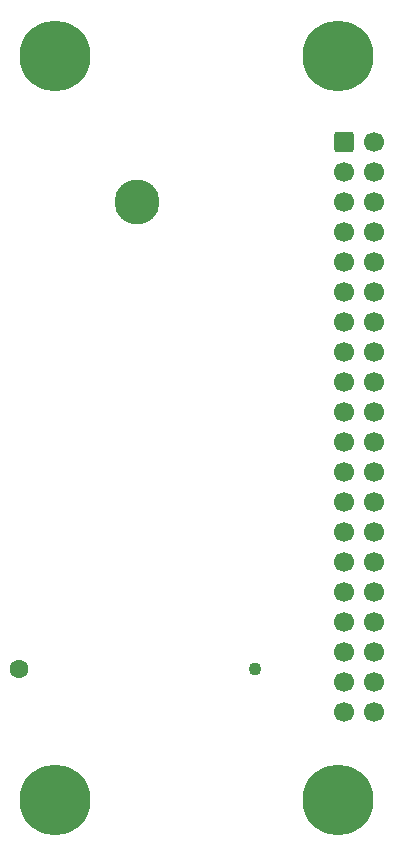
<source format=gbr>
%TF.GenerationSoftware,KiCad,Pcbnew,7.0.5-0*%
%TF.CreationDate,2023-07-31T21:54:07-04:00*%
%TF.ProjectId,carrier-hp,63617272-6965-4722-9d68-702e6b696361,rev?*%
%TF.SameCoordinates,Original*%
%TF.FileFunction,Soldermask,Bot*%
%TF.FilePolarity,Negative*%
%FSLAX46Y46*%
G04 Gerber Fmt 4.6, Leading zero omitted, Abs format (unit mm)*
G04 Created by KiCad (PCBNEW 7.0.5-0) date 2023-07-31 21:54:07*
%MOMM*%
%LPD*%
G01*
G04 APERTURE LIST*
G04 Aperture macros list*
%AMRoundRect*
0 Rectangle with rounded corners*
0 $1 Rounding radius*
0 $2 $3 $4 $5 $6 $7 $8 $9 X,Y pos of 4 corners*
0 Add a 4 corners polygon primitive as box body*
4,1,4,$2,$3,$4,$5,$6,$7,$8,$9,$2,$3,0*
0 Add four circle primitives for the rounded corners*
1,1,$1+$1,$2,$3*
1,1,$1+$1,$4,$5*
1,1,$1+$1,$6,$7*
1,1,$1+$1,$8,$9*
0 Add four rect primitives between the rounded corners*
20,1,$1+$1,$2,$3,$4,$5,0*
20,1,$1+$1,$4,$5,$6,$7,0*
20,1,$1+$1,$6,$7,$8,$9,0*
20,1,$1+$1,$8,$9,$2,$3,0*%
G04 Aperture macros list end*
%ADD10C,6.000000*%
%ADD11C,1.100000*%
%ADD12C,1.600000*%
%ADD13RoundRect,0.250000X-0.600000X-0.600000X0.600000X-0.600000X0.600000X0.600000X-0.600000X0.600000X0*%
%ADD14C,1.700000*%
%ADD15C,3.800000*%
G04 APERTURE END LIST*
D10*
%TO.C,H104*%
X127450000Y-107750000D03*
%TD*%
%TO.C,H102*%
X151450000Y-44750000D03*
%TD*%
D11*
%TO.C,CN101*%
X144425000Y-96650000D03*
D12*
X124425000Y-96650000D03*
%TD*%
D13*
%TO.C,J101*%
X151950000Y-52050000D03*
D14*
X154490000Y-52050000D03*
X151950000Y-54590000D03*
X154490000Y-54590000D03*
X151950000Y-57130000D03*
X154490000Y-57130000D03*
X151950000Y-59670000D03*
X154490000Y-59670000D03*
X151950000Y-62210000D03*
X154490000Y-62210000D03*
X151950000Y-64750000D03*
X154490000Y-64750000D03*
X151950000Y-67290000D03*
X154490000Y-67290000D03*
X151950000Y-69830000D03*
X154490000Y-69830000D03*
X151950000Y-72370000D03*
X154490000Y-72370000D03*
X151950000Y-74910000D03*
X154490000Y-74910000D03*
X151950000Y-77450000D03*
X154490000Y-77450000D03*
X151950000Y-79990000D03*
X154490000Y-79990000D03*
X151950000Y-82530000D03*
X154490000Y-82530000D03*
X151950000Y-85070000D03*
X154490000Y-85070000D03*
X151950000Y-87610000D03*
X154490000Y-87610000D03*
X151950000Y-90150000D03*
X154490000Y-90150000D03*
X151950000Y-92690000D03*
X154490000Y-92690000D03*
X151950000Y-95230000D03*
X154490000Y-95230000D03*
X151950000Y-97770000D03*
X154490000Y-97770000D03*
X151950000Y-100310000D03*
X154490000Y-100310000D03*
%TD*%
D10*
%TO.C,H103*%
X151450000Y-107750000D03*
%TD*%
D15*
%TO.C,H105*%
X134450000Y-57075000D03*
%TD*%
D10*
%TO.C,H101*%
X127450000Y-44750000D03*
%TD*%
M02*

</source>
